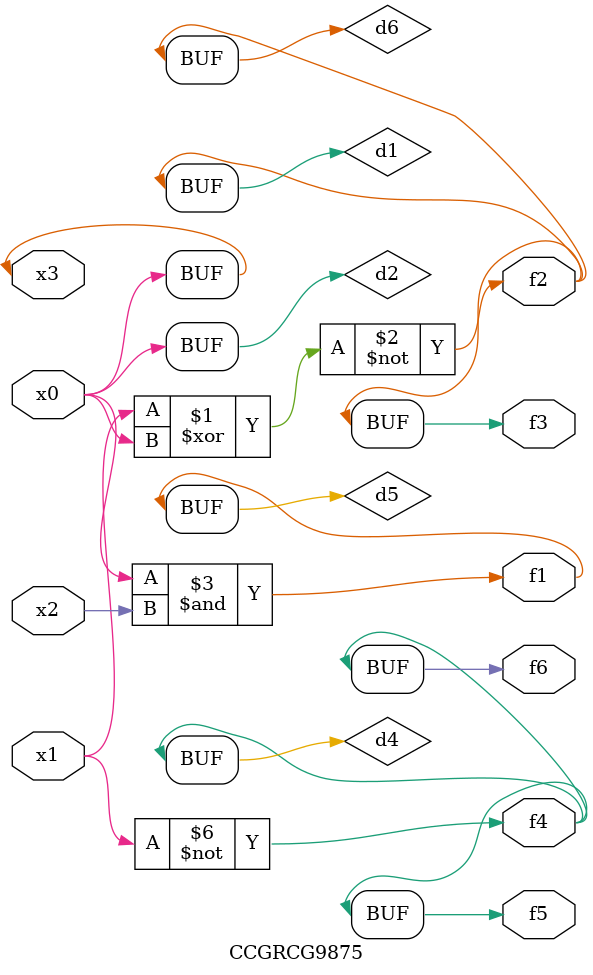
<source format=v>
module CCGRCG9875(
	input x0, x1, x2, x3,
	output f1, f2, f3, f4, f5, f6
);

	wire d1, d2, d3, d4, d5, d6;

	xnor (d1, x1, x3);
	buf (d2, x0, x3);
	nand (d3, x0, x2);
	not (d4, x1);
	nand (d5, d3);
	or (d6, d1);
	assign f1 = d5;
	assign f2 = d6;
	assign f3 = d6;
	assign f4 = d4;
	assign f5 = d4;
	assign f6 = d4;
endmodule

</source>
